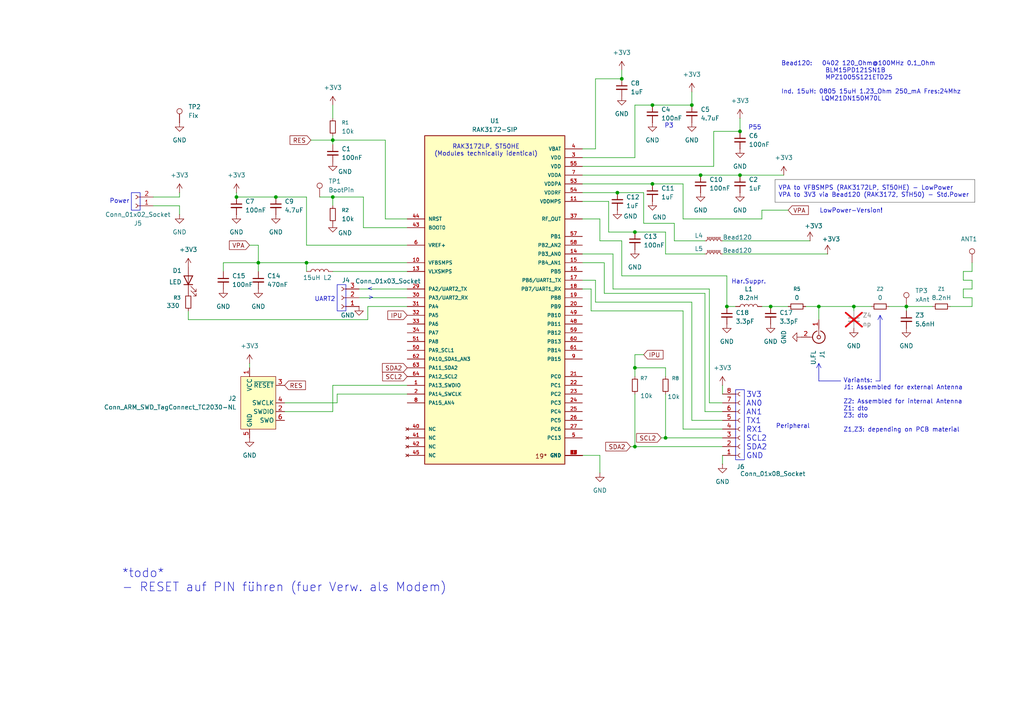
<source format=kicad_sch>
(kicad_sch (version 20250114) (generator "eeschema") (generator_version "9.0")
  (paper "A4")
  (title_block (title "RAK3172(LP)-SIP") (date "2025-07-18") (rev "V0.04") (company "JoEmbedded.de"))
  (lib_symbols
    (symbol "Connector:Conn_01x02_Socket" (pin_names (offset 1.016) (hide yes))
      (property "Reference" "J5" (at -0.635 5.08 0))
      (property "Value" "Conn_01x02_Socket" (at -0.635 2.54 0))
      (symbol "Conn_01x02_Socket_1_1"
        (polyline (pts (xy -1.27 0) (xy -0.508 0)) (stroke (width 0.1524)))
        (polyline (pts (xy -1.27 -2.54) (xy -0.508 -2.54)) (stroke (width 0.1524)))
        (arc (start 0 -0.508) (mid -0.5058 0) (end 0 0.508) (stroke (width 0.1524)))
        (arc (start 0 -3.048) (mid -0.5058 -2.54) (end 0 -2.032) (stroke (width 0.1524)))
        (pin power_out line (at -5.08 0 0) (length 3.81) (name "Pin_1") (number "1"))
        (pin power_out line (at -5.08 -2.54 0) (length 3.81) (name "Pin_2") (number "2"))
      )
    )
    (symbol "Connector:Conn_01x03_Socket" (pin_names (offset 1.016) (hide yes))
      (property "Reference" "J" (at 0 5.08 0))
      (property "Value" "Conn_01x03_Socket" (at 0 -5.08 0))
      (symbol "Conn_01x03_Socket_1_1"
        (polyline (pts (xy -1.27 2.54) (xy -0.508 2.54)) (stroke (width 0.1524)))
        (polyline (pts (xy -1.27 0) (xy -0.508 0)) (stroke (width 0.1524)))
        (polyline (pts (xy -1.27 -2.54) (xy -0.508 -2.54)) (stroke (width 0.1524)))
        (arc (start 0 2.032) (mid -0.5058 2.54) (end 0 3.048) (stroke (width 0.1524)))
        (arc (start 0 -0.508) (mid -0.5058 0) (end 0 0.508) (stroke (width 0.1524)))
        (arc (start 0 -3.048) (mid -0.5058 -2.54) (end 0 -2.032) (stroke (width 0.1524)))
        (pin passive line (at -5.08 2.54 0) (length 3.81) (name "Pin_1") (number "1"))
        (pin passive line (at -5.08 0 0) (length 3.81) (name "Pin_2") (number "2"))
        (pin passive line (at -5.08 -2.54 0) (length 3.81) (name "Pin_3") (number "3"))
      )
    )
    (symbol "Connector:Conn_01x08_Socket" (pin_names (offset 1.016) (hide yes))
      (property "Reference" "J" (at 0 10.16 0))
      (property "Value" "Conn_01x08_Socket" (at 0 -12.7 0))
      (symbol "Conn_01x08_Socket_1_1"
        (polyline (pts (xy -1.27 7.62) (xy -0.508 7.62)) (stroke (width 0.1524)))
        (polyline (pts (xy -1.27 5.08) (xy -0.508 5.08)) (stroke (width 0.1524)))
        (polyline (pts (xy -1.27 2.54) (xy -0.508 2.54)) (stroke (width 0.1524)))
        (polyline (pts (xy -1.27 0) (xy -0.508 0)) (stroke (width 0.1524)))
        (polyline (pts (xy -1.27 -2.54) (xy -0.508 -2.54)) (stroke (width 0.1524)))
        (polyline (pts (xy -1.27 -5.08) (xy -0.508 -5.08)) (stroke (width 0.1524)))
        (polyline (pts (xy -1.27 -7.62) (xy -0.508 -7.62)) (stroke (width 0.1524)))
        (polyline (pts (xy -1.27 -10.16) (xy -0.508 -10.16)) (stroke (width 0.1524)))
        (arc (start 0 7.112) (mid -0.5058 7.62) (end 0 8.128) (stroke (width 0.1524)))
        (arc (start 0 4.572) (mid -0.5058 5.08) (end 0 5.588) (stroke (width 0.1524)))
        (arc (start 0 2.032) (mid -0.5058 2.54) (end 0 3.048) (stroke (width 0.1524)))
        (arc (start 0 -0.508) (mid -0.5058 0) (end 0 0.508) (stroke (width 0.1524)))
        (arc (start 0 -3.048) (mid -0.5058 -2.54) (end 0 -2.032) (stroke (width 0.1524)))
        (arc (start 0 -5.588) (mid -0.5058 -5.08) (end 0 -4.572) (stroke (width 0.1524)))
        (arc (start 0 -8.128) (mid -0.5058 -7.62) (end 0 -7.112) (stroke (width 0.1524)))
        (arc (start 0 -10.668) (mid -0.5058 -10.16) (end 0 -9.652) (stroke (width 0.1524)))
        (pin passive line (at -5.08 7.62 0) (length 3.81) (name "Pin_1") (number "1"))
        (pin passive line (at -5.08 5.08 0) (length 3.81) (name "Pin_2") (number "2"))
        (pin passive line (at -5.08 2.54 0) (length 3.81) (name "Pin_3") (number "3"))
        (pin passive line (at -5.08 0 0) (length 3.81) (name "Pin_4") (number "4"))
        (pin passive line (at -5.08 -2.54 0) (length 3.81) (name "Pin_5") (number "5"))
        (pin passive line (at -5.08 -5.08 0) (length 3.81) (name "Pin_6") (number "6"))
        (pin passive line (at -5.08 -7.62 0) (length 3.81) (name "Pin_7") (number "7"))
        (pin passive line (at -5.08 -10.16 0) (length 3.81) (name "Pin_8") (number "8"))
      )
    )
    (symbol "Connector:Conn_ARM_SWD_TagConnect_TC2030-NL" (in_bom no)
      (property "Reference" "J" (at 2.54 11.43 0))
      (property "Value" "Conn_ARM_SWD_TagConnect_TC2030-NL" (at 2.54 8.89 0))
      (symbol "Conn_ARM_SWD_TagConnect_TC2030-NL_0_0"
        (pin power_in line (at -2.54 10.16 270) (length 2.54) (name "VCC") (number "1"))
        (pin power_in line (at -2.54 -10.16 90) (length 2.54) (name "GND") (number "5"))
        (pin open_collector line (at 7.62 5.08 180) (length 2.54) (name "~{RESET}") (number "3"))
        (pin output line (at 7.62 0 180) (length 2.54) (name "SWCLK") (number "4"))
        (pin bidirectional line (at 7.62 -2.54 180) (length 2.54) (name "SWDIO") (number "2"))
        (pin input line (at 7.62 -5.08 180) (length 2.54) (name "SWO") (number "6"))
      )
      (symbol "Conn_ARM_SWD_TagConnect_TC2030-NL_0_1"
        (rectangle (start -5.08 7.62) (end 5.08 -7.62) (fill (type background)))
      )
    )
    (symbol "Connector:Conn_Coaxial" (pin_names (offset 1.016) (hide yes))
      (property "Reference" "J" (at 0.254 3.048 0))
      (property "Value" "Conn_Coaxial" (at 2.921 0 90))
      (symbol "Conn_Coaxial_0_1"
        (polyline (pts (xy -2.54 0) (xy -0.508 0)))
        (arc (start 1.778 0) (mid 0.222 -1.8079) (end -1.778 -0.508) (stroke (width 0.254)))
        (arc (start -1.778 0.508) (mid 0.2221 1.8084) (end 1.778 0) (stroke (width 0.254)))
        (circle (center 0 0) (radius 0.508) (stroke (width 0.2032)))
        (polyline (pts (xy 0 -2.54) (xy 0 -1.778)))
      )
      (symbol "Conn_Coaxial_1_1"
        (pin passive line (at -5.08 0 0) (length 2.54) (name "In") (number "1"))
        (pin passive line (at 0 -5.08 90) (length 2.54) (name "Ext") (number "2"))
      )
    )
    (symbol "Connector:TestPoint" (pin_numbers (hide yes)) (pin_names (offset 0.762) (hide yes))
      (property "Reference" "TP" (at 0 6.858 0))
      (property "Value" "TestPoint" (at 0 5.08 0))
      (symbol "TestPoint_0_1"
        (circle (center 0 3.302) (radius 0.762))
      )
      (symbol "TestPoint_1_1"
        (pin passive line (at 0 0 90) (length 2.54) (name "1") (number "1"))
      )
    )
    (symbol "Device:C_Small" (pin_numbers (hide yes)) (pin_names (offset 0.254) (hide yes))
      (property "Reference" "C" (at 0.254 1.778 0))
      (property "Value" "C_Small" (at 0.254 -2.032 0))
      (symbol "C_Small_0_1"
        (polyline (pts (xy -1.524 0.508) (xy 1.524 0.508)) (stroke (width 0.3048)))
        (polyline (pts (xy -1.524 -0.508) (xy 1.524 -0.508)) (stroke (width 0.3302)))
      )
      (symbol "C_Small_1_1"
        (pin passive line (at 0 2.54 270) (length 2.032) (name "~") (number "1"))
        (pin passive line (at 0 -2.54 90) (length 2.032) (name "~") (number "2"))
      )
    )
    (symbol "Device:L" (pin_numbers (hide yes)) (pin_names (offset 1.016) (hide yes))
      (property "Reference" "L" (at -1.27 0 90))
      (property "Value" "L" (at 1.905 0 90))
      (symbol "L_0_1"
        (arc (start 0 2.54) (mid 0.6323 1.905) (end 0 1.27))
        (arc (start 0 1.27) (mid 0.6323 0.635) (end 0 0))
        (arc (start 0 0) (mid 0.6323 -0.635) (end 0 -1.27))
        (arc (start 0 -1.27) (mid 0.6323 -1.905) (end 0 -2.54))
      )
      (symbol "L_1_1"
        (pin passive line (at 0 3.81 270) (length 1.27) (name "1") (number "1"))
        (pin passive line (at 0 -3.81 90) (length 1.27) (name "2") (number "2"))
      )
    )
    (symbol "Device:LED" (pin_numbers (hide yes)) (pin_names (offset 1.016) (hide yes))
      (property "Reference" "D" (at 0 2.54 0))
      (property "Value" "LED" (at 0 -2.54 0))
      (symbol "LED_0_1"
        (polyline (pts (xy -3.048 -0.762) (xy -4.572 -2.286) (xy -3.81 -2.286) (xy -4.572 -2.286) (xy -4.572 -1.524)))
        (polyline (pts (xy -1.778 -0.762) (xy -3.302 -2.286) (xy -2.54 -2.286) (xy -3.302 -2.286) (xy -3.302 -1.524)))
        (polyline (pts (xy -1.27 0) (xy 1.27 0)))
        (polyline (pts (xy -1.27 -1.27) (xy -1.27 1.27)) (stroke (width 0.254)))
        (polyline (pts (xy 1.27 -1.27) (xy 1.27 1.27) (xy -1.27 0) (xy 1.27 -1.27)) (stroke (width 0.254)))
      )
      (symbol "LED_1_1"
        (pin passive line (at -3.81 0 0) (length 2.54) (name "K") (number "1"))
        (pin passive line (at 3.81 0 180) (length 2.54) (name "A") (number "2"))
      )
    )
    (symbol "Device:L_Ferrite_Small" (pin_numbers (hide yes)) (pin_names (offset 0.254) (hide yes))
      (property "Reference" "L" (at 1.27 1.016 0))
      (property "Value" "L_Ferrite_Small" (at 1.27 -1.27 0))
      (symbol "L_Ferrite_Small_0_1"
        (arc (start 0 2.032) (mid 0.5058 1.524) (end 0 1.016))
        (arc (start 0 1.016) (mid 0.5058 0.508) (end 0 0))
        (arc (start 0 0) (mid 0.5058 -0.508) (end 0 -1.016))
        (arc (start 0 -1.016) (mid 0.5058 -1.524) (end 0 -2.032))
        (polyline (pts (xy 0.762 1.651) (xy 0.762 1.905)))
        (polyline (pts (xy 0.762 1.143) (xy 0.762 1.397)))
        (polyline (pts (xy 0.762 0.635) (xy 0.762 0.889)))
        (polyline (pts (xy 0.762 0.127) (xy 0.762 0.381)))
        (polyline (pts (xy 0.762 -0.381) (xy 0.762 -0.127)))
        (polyline (pts (xy 0.762 -0.889) (xy 0.762 -0.635)))
        (polyline (pts (xy 0.762 -1.397) (xy 0.762 -1.143)))
        (polyline (pts (xy 0.762 -1.905) (xy 0.762 -1.651)))
        (polyline (pts (xy 1.016 1.905) (xy 1.016 1.651)))
        (polyline (pts (xy 1.016 1.397) (xy 1.016 1.143)))
        (polyline (pts (xy 1.016 0.889) (xy 1.016 0.635)))
        (polyline (pts (xy 1.016 0.381) (xy 1.016 0.127)))
        (polyline (pts (xy 1.016 -0.127) (xy 1.016 -0.381)))
        (polyline (pts (xy 1.016 -0.635) (xy 1.016 -0.889)))
        (polyline (pts (xy 1.016 -1.143) (xy 1.016 -1.397)))
        (polyline (pts (xy 1.016 -1.651) (xy 1.016 -1.905)))
      )
      (symbol "L_Ferrite_Small_1_1"
        (pin passive line (at 0 2.54 270) (length 0.508) (name "~") (number "1"))
        (pin passive line (at 0 -2.54 90) (length 0.508) (name "~") (number "2"))
      )
    )
    (symbol "Device:R_Small" (pin_numbers (hide yes)) (pin_names (offset 0.254) (hide yes))
      (property "Reference" "R" (at 0 0 90))
      (property "Value" "R_Small" (at 1.778 0 90))
      (symbol "R_Small_0_1"
        (rectangle (start -0.762 1.778) (end 0.762 -1.778) (stroke (width 0.2032)))
      )
      (symbol "R_Small_1_1"
        (pin passive line (at 0 2.54 270) (length 0.762) (name "~") (number "1"))
        (pin passive line (at 0 -2.54 90) (length 0.762) (name "~") (number "2"))
      )
    )
    (symbol "RAK3172-SIP:RAK3172-SIP" (pin_names (offset 1.016))
      (property "Reference" "U1" (at 0 53.848 0))
      (property "Value" "RAK3172-SIP" (at 0 51.308 0))
      (symbol "RAK3172-SIP_0_0"
        (rectangle (start -20.32 49.53) (end 20.32 -45.72) (stroke (width 0.254)) (fill (type background)))
        (pin input line (at -25.4 25.4 0) (length 5.08) (name "NRST") (number "44"))
        (pin input line (at -25.4 22.86 0) (length 5.08) (name "BOOT0") (number "43"))
        (pin input line (at -25.4 17.78 0) (length 5.08) (name "VREF+") (number "6"))
        (pin input line (at -25.4 12.7 0) (length 5.08) (name "VFBSMPS") (number "10"))
        (pin output line (at -25.4 10.16 0) (length 5.08) (name "VLXSMPS") (number "13"))
        (pin output line (at -25.4 5.08 0) (length 5.08) (name "PA2/UART2_TX") (number "29"))
        (pin input line (at -25.4 2.54 0) (length 5.08) (name "PA3/UART2_RX") (number "30"))
        (pin bidirectional line (at -25.4 0 0) (length 5.08) (name "PA4") (number "31"))
        (pin bidirectional line (at -25.4 -2.54 0) (length 5.08) (name "PA5") (number "32"))
        (pin bidirectional line (at -25.4 -5.08 0) (length 5.08) (name "PA6") (number "33"))
        (pin bidirectional line (at -25.4 -7.62 0) (length 5.08) (name "PA7") (number "34"))
        (pin bidirectional line (at -25.4 -10.16 0) (length 5.08) (name "PA8") (number "51"))
        (pin bidirectional line (at -25.4 -12.7 0) (length 5.08) (name "PA9_SCL1") (number "50"))
        (pin bidirectional line (at -25.4 -15.24 0) (length 5.08) (name "PA10_SDA1_AN3") (number "62"))
        (pin bidirectional line (at -25.4 -17.78 0) (length 5.08) (name "PA11_SDA2") (number "63"))
        (pin bidirectional line (at -25.4 -20.32 0) (length 5.08) (name "PA12_SCL2") (number "64"))
        (pin bidirectional line (at -25.4 -22.86 0) (length 5.08) (name "PA13_SWDIO") (number "1"))
        (pin input line (at -25.4 -25.4 0) (length 5.08) (name "PA14_SWCLK") (number "2"))
        (pin bidirectional line (at -25.4 -27.94 0) (length 5.08) (name "PA15_AN4") (number "8"))
        (pin no_connect line (at -25.4 -35.56 0) (length 5.08) (name "NC") (number "40"))
        (pin no_connect line (at -25.4 -38.1 0) (length 5.08) (name "NC") (number "41"))
        (pin no_connect line (at -25.4 -40.64 0) (length 5.08) (name "NC") (number "42"))
        (pin no_connect line (at -25.4 -43.18 0) (length 5.08) (name "NC") (number "45"))
        (pin power_in line (at 25.4 45.72 180) (length 5.08) (name "VBAT") (number "4"))
        (pin power_in line (at 25.4 43.18 180) (length 5.08) (name "VDD") (number "3"))
        (pin power_in line (at 25.4 40.64 180) (length 5.08) (name "VDD") (number "55"))
        (pin power_in line (at 25.4 38.1 180) (length 5.08) (name "VDDA") (number "7"))
        (pin power_in line (at 25.4 35.56 180) (length 5.08) (name "VDDPA") (number "53"))
        (pin power_in line (at 25.4 33.02 180) (length 5.08) (name "VDDRF") (number "54"))
        (pin power_in line (at 25.4 30.48 180) (length 5.08) (name "VDDMPS") (number "11"))
        (pin output line (at 25.4 25.4 180) (length 5.08) (name "RF_OUT") (number "37"))
        (pin bidirectional line (at 25.4 20.32 180) (length 5.08) (name "PB1") (number "57"))
        (pin bidirectional line (at 25.4 17.78 180) (length 5.08) (name "PB2_AN2") (number "58"))
        (pin bidirectional line (at 25.4 15.24 180) (length 5.08) (name "PB3_AN0") (number "14"))
        (pin bidirectional line (at 25.4 12.7 180) (length 5.08) (name "PB4_AN1") (number "15"))
        (pin bidirectional line (at 25.4 10.16 180) (length 5.08) (name "PB5") (number "16"))
        (pin bidirectional line (at 25.4 7.62 180) (length 5.08) (name "PB6/UART1_TX") (number "17"))
        (pin bidirectional line (at 25.4 5.08 180) (length 5.08) (name "PB7/UART1_RX") (number "18"))
        (pin bidirectional line (at 25.4 2.54 180) (length 5.08) (name "PB8") (number "19"))
        (pin bidirectional line (at 25.4 0 180) (length 5.08) (name "PB9") (number "20"))
        (pin bidirectional line (at 25.4 -2.54 180) (length 5.08) (name "PB10") (number "49"))
        (pin bidirectional line (at 25.4 -5.08 180) (length 5.08) (name "PB11") (number "48"))
        (pin bidirectional line (at 25.4 -7.62 180) (length 5.08) (name "PB12") (number "59"))
        (pin bidirectional line (at 25.4 -10.16 180) (length 5.08) (name "PB13") (number "60"))
        (pin bidirectional line (at 25.4 -12.7 180) (length 5.08) (name "PB14") (number "61"))
        (pin bidirectional line (at 25.4 -15.24 180) (length 5.08) (name "PB15") (number "9"))
        (pin bidirectional line (at 25.4 -20.32 180) (length 5.08) (name "PC0") (number "21"))
        (pin bidirectional line (at 25.4 -22.86 180) (length 5.08) (name "PC1") (number "22"))
        (pin bidirectional line (at 25.4 -25.4 180) (length 5.08) (name "PC2") (number "23"))
        (pin bidirectional line (at 25.4 -27.94 180) (length 5.08) (name "PC3") (number "24"))
        (pin bidirectional line (at 25.4 -30.48 180) (length 5.08) (name "PC4") (number "25"))
        (pin bidirectional line (at 25.4 -33.02 180) (length 5.08) (name "PC5") (number "26"))
        (pin bidirectional line (at 25.4 -35.56 180) (length 5.08) (name "PC6") (number "27"))
        (pin bidirectional line (at 25.4 -38.1 180) (length 5.08) (name "PC13") (number "5"))
        (pin power_in line (at 25.4 -43.18 180) (length 5.08) (name "GND") (number "12"))
        (pin power_in line (at 25.4 -43.18 180) (length 5.08) (name "GND") (number "28"))
        (pin power_in line (at 25.4 -43.18 180) (length 5.08) (name "GND") (number "35"))
        (pin power_in line (at 25.4 -43.18 180) (length 5.08) (name "GND") (number "36"))
        (pin power_in line (at 25.4 -43.18 180) (length 5.08) (name "GND") (number "38"))
        (pin power_in line (at 25.4 -43.18 180) (length 5.08) (name "GND") (number "39"))
        (pin power_in line (at 25.4 -43.18 180) (length 5.08) (name "GND") (number "46"))
        (pin power_in line (at 25.4 -43.18 180) (length 5.08) (name "GND") (number "47"))
        (pin power_in line (at 25.4 -43.18 180) (length 5.08) (name "GND") (number "52"))
        (pin power_in line (at 25.4 -43.18 180) (length 5.08) (name "GND") (number "56"))
        (pin power_in line (at 25.4 -43.18 180) (length 5.08) (name "GND") (number "65"))
        (pin power_in line (at 25.4 -43.18 180) (length 5.08) (name "GND") (number "66"))
        (pin power_in line (at 25.4 -43.18 180) (length 5.08) (name "GND") (number "67"))
        (pin power_in line (at 25.4 -43.18 180) (length 5.08) (name "GND") (number "68"))
        (pin power_in line (at 25.4 -43.18 180) (length 5.08) (name "GND") (number "69"))
        (pin power_in line (at 25.4 -43.18 180) (length 5.08) (name "GND") (number "70"))
        (pin power_in line (at 25.4 -43.18 180) (length 5.08) (name "GND") (number "71"))
        (pin power_in line (at 25.4 -43.18 180) (length 5.08) (name "GND") (number "72"))
        (pin power_in line (at 25.4 -43.18 180) (length 5.08) (name "GND") (number "73"))
      )
      (symbol "RAK3172-SIP_1_1"
        (text "19*" (at 13.462 -43.434 0) (effects (font (size 1.27 1.27))))
      )
    )
    (symbol "power:+3V3" (power) (pin_numbers (hide yes)) (pin_names (offset 0) (hide yes))
      (property "Value" "+3V3" (at 0 3.556 0))
      (symbol "+3V3_0_1"
        (polyline (pts (xy -0.762 1.27) (xy 0 2.54)))
        (polyline (pts (xy 0 2.54) (xy 0.762 1.27)))
        (polyline (pts (xy 0 0) (xy 0 2.54)))
      )
      (symbol "+3V3_1_1"
        (pin power_in line (at 0 0 90) (length 0) (name "~") (number "1"))
      )
    )
    (symbol "power:GND" (power) (pin_numbers (hide yes)) (pin_names (offset 0) (hide yes))
      (property "Value" "GND" (at 0 -3.81 0))
      (symbol "GND_0_1"
        (polyline (pts (xy 0 0) (xy 0 -1.27) (xy 1.27 -1.27) (xy 0 -2.54) (xy -1.27 -1.27) (xy 0 -1.27)))
      )
      (symbol "GND_1_1"
        (pin power_in line (at 0 0 270) (length 0) (name "~") (number "1"))
      )
    )
  )
  (rectangle (start 38.1 55.88) (end 40.64 60.96))
  (rectangle (start 97.79 82.55) (end 100.33 90.17))
  (rectangle (start 213.36 113.03) (end 215.9 133.35))
  (text "*todo*\n- RESET auf PIN führen (fuer Verw. als Modem)" (at 35.306 168.402 0) (effects (font (size 2.54 2.54)) (justify left)))
  (text "Variants:\nJ1: Assembled for external Antenna\n\nZ2: Assembled for internal Antenna\nZ1: dto\nZ3: dto\n\nZ1,Z3: depending on PCB material\n" (at 244.602 117.602 0) (effects (font (size 1.27 1.27)) (justify left)))
  (text "Har.Suppr." (at 217.17 81.788 0) (effects (font (size 1.27 1.27))))
  (text "<" (at 108.204 83.82 0) (effects (font (size 1.27 1.27)) (justify right)))
  (text "Power" (at 37.592 58.42 0) (effects (font (size 1.27 1.27)) (justify right)))
  (text "Peripheral" (at 234.95 123.698 0) (effects (font (size 1.27 1.27)) (justify right)))
  (text "P3" (at 194.056 36.576 0) (effects (font (size 1.27 1.27))))
  (text "UART2" (at 97.282 86.868 0) (effects (font (size 1.27 1.27)) (justify right)))
  (text "3V3\nAN0\nAN1\nTX1\nRX1\nSCL2\nSDA2\nGND" (at 216.408 123.444 0) (effects (font (size 1.5748 1.5748)) (justify left)))
  (text ">" (at 108.458 86.36 0) (effects (font (size 1.27 1.27)) (justify right)))
  (text "LowPower-Version!" (at 246.888 61.214 0) (effects (font (size 1.27 1.27))))
  (text "RAK3172LP, ST50HE\n(Modules technically identical)\n" (at 140.97 43.688 0) (effects (font (size 1.27 1.27))))
  (text "Bead120:   0402 120_Ohm@100MHz 0.1_Ohm\n		   BLM15PD121SN1B \n		   MPZ1005S121ETD25\n\nInd. 15uH: 0805 15uH 1.23_Ohm 250_mA Fres:24Mhz\n	       LQM21DN150M70L " (at 226.568 23.622 0) (effects (font (size 1.27 1.27)) (justify left)))
  (text "P55\n" (at 218.948 37.084 0) (effects (font (size 1.27 1.27))))
  (text_box "VPA to VFBSMPS (RAK3172LP, ST50HE) - LowPower\nVPA to 3V3 via Bead120 (RAK3172, STH50) - Std.Power\n" (at 224.79 52.07 0) (size 57.9639 6.616) (margins 0.9525 0.9525 0.9525 0.9525) (stroke (width 0.0025) (color 0 0 0 1)) (effects (font (size 1.27 1.27)) (justify left)))
  (junction (at 184.15 129.54))
  (junction (at 214.63 50.8))
  (junction (at 210.82 88.9))
  (junction (at 189.23 53.34))
  (junction (at 96.52 57.15))
  (junction (at 184.15 67.31))
  (junction (at 200.66 30.48))
  (junction (at 80.01 57.15))
  (junction (at 180.34 22.86))
  (junction (at 88.9 76.2))
  (junction (at 179.07 55.88))
  (junction (at 184.15 106.68))
  (junction (at 247.65 88.9))
  (junction (at 237.49 88.9))
  (junction (at 214.63 38.1))
  (junction (at 193.04 127))
  (junction (at 96.52 40.64))
  (junction (at 74.93 76.2))
  (junction (at 262.89 88.9))
  (junction (at 203.2 50.8))
  (junction (at 189.23 30.48))
  (junction (at 223.52 88.9))
  (junction (at 68.58 57.15))
  (wire (pts (xy 200.66 87.63) (xy 200.66 121.92)))
  (wire (pts (xy 96.52 30.48) (xy 96.52 34.29)))
  (wire (pts (xy 279.4 86.36) (xy 281.94 86.36)))
  (wire (pts (xy 172.72 22.86) (xy 172.72 43.18)))
  (wire (pts (xy 220.98 60.96) (xy 228.6 60.96)))
  (wire (pts (xy 198.12 53.34) (xy 189.23 53.34)))
  (wire (pts (xy 52.07 55.88) (xy 52.07 57.15)))
  (wire (pts (xy 193.04 109.22) (xy 193.04 106.68)))
  (wire (pts (xy 180.34 69.85) (xy 180.34 80.01)))
  (wire (pts (xy 247.65 88.9) (xy 247.65 90.17)))
  (wire (pts (xy 209.55 116.84) (xy 205.74 116.84)))
  (wire (pts (xy 172.72 22.86) (xy 180.34 22.86)))
  (wire (pts (xy 168.91 50.8) (xy 203.2 50.8)))
  (wire (pts (xy 72.39 71.12) (xy 74.93 71.12)))
  (wire (pts (xy 74.93 76.2) (xy 64.77 76.2)))
  (wire (pts (xy 96.52 78.74) (xy 118.11 78.74)))
  (wire (pts (xy 74.93 76.2) (xy 74.93 71.12)))
  (wire (pts (xy 281.94 86.36) (xy 281.94 88.9)))
  (wire (pts (xy 168.91 132.08) (xy 173.99 132.08)))
  (wire (pts (xy 118.11 111.76) (xy 96.52 111.76)))
  (wire (pts (xy 198.12 53.34) (xy 198.12 63.5)))
  (wire (pts (xy 175.26 85.09) (xy 175.26 76.2)))
  (wire (pts (xy 279.4 83.82) (xy 279.4 86.36)))
  (wire (pts (xy 209.55 127) (xy 193.04 127)))
  (wire (pts (xy 106.68 88.9) (xy 106.68 92.71)))
  (wire (pts (xy 184.15 106.68) (xy 193.04 106.68)))
  (wire (pts (xy 262.89 88.9) (xy 270.51 88.9)))
  (wire (pts (xy 184.15 102.87) (xy 184.15 106.68)))
  (wire (pts (xy 279.4 81.28) (xy 281.94 81.28)))
  (wire (pts (xy 223.52 88.9) (xy 228.6 88.9)))
  (wire (pts (xy 204.47 69.85) (xy 195.58 69.85)))
  (wire (pts (xy 198.12 90.17) (xy 171.45 90.17)))
  (wire (pts (xy 105.41 57.15) (xy 96.52 57.15)))
  (wire (pts (xy 281.94 78.74) (xy 279.4 78.74)))
  (wire (pts (xy 168.91 76.2) (xy 175.26 76.2)))
  (wire (pts (xy 184.15 129.54) (xy 209.55 129.54)))
  (wire (pts (xy 205.74 83.82) (xy 177.8 83.82)))
  (wire (pts (xy 54.61 90.17) (xy 54.61 92.71)))
  (polyline (pts (xy 237.49 105.41) (xy 237.49 110.49)))
  (wire (pts (xy 204.47 73.66) (xy 193.04 73.66)))
  (wire (pts (xy 96.52 111.76) (xy 96.52 119.38)))
  (wire (pts (xy 172.72 87.63) (xy 200.66 87.63)))
  (wire (pts (xy 189.23 30.48) (xy 184.15 30.48)))
  (wire (pts (xy 180.34 20.32) (xy 180.34 22.86)))
  (wire (pts (xy 186.69 55.88) (xy 179.07 55.88)))
  (wire (pts (xy 64.77 76.2) (xy 64.77 78.74)))
  (wire (pts (xy 92.71 57.15) (xy 96.52 57.15)))
  (wire (pts (xy 189.23 30.48) (xy 200.66 30.48)))
  (wire (pts (xy 172.72 87.63) (xy 172.72 81.28)))
  (wire (pts (xy 195.58 69.85) (xy 195.58 64.77)))
  (wire (pts (xy 118.11 88.9) (xy 106.68 88.9)))
  (wire (pts (xy 88.9 76.2) (xy 74.93 76.2)))
  (wire (pts (xy 209.55 119.38) (xy 204.47 119.38)))
  (wire (pts (xy 184.15 114.3) (xy 184.15 129.54)))
  (wire (pts (xy 96.52 40.64) (xy 96.52 41.91)))
  (wire (pts (xy 97.79 116.84) (xy 82.55 116.84)))
  (wire (pts (xy 180.34 80.01) (xy 210.82 80.01)))
  (wire (pts (xy 205.74 116.84) (xy 205.74 83.82)))
  (wire (pts (xy 104.14 86.36) (xy 118.11 86.36)))
  (wire (pts (xy 118.11 66.04) (xy 105.41 66.04)))
  (wire (pts (xy 118.11 76.2) (xy 88.9 76.2)))
  (wire (pts (xy 279.4 78.74) (xy 279.4 81.28)))
  (wire (pts (xy 44.45 59.69) (xy 52.07 59.69)))
  (wire (pts (xy 74.93 76.2) (xy 74.93 78.74)))
  (wire (pts (xy 104.14 83.82) (xy 118.11 83.82)))
  (wire (pts (xy 207.01 48.26) (xy 168.91 48.26)))
  (wire (pts (xy 209.55 124.46) (xy 198.12 124.46)))
  (wire (pts (xy 68.58 57.15) (xy 80.01 57.15)))
  (wire (pts (xy 168.91 53.34) (xy 189.23 53.34)))
  (wire (pts (xy 72.39 105.41) (xy 72.39 106.68)))
  (wire (pts (xy 214.63 34.29) (xy 214.63 38.1)))
  (wire (pts (xy 275.59 88.9) (xy 281.94 88.9)))
  (wire (pts (xy 168.91 63.5) (xy 173.99 63.5)))
  (wire (pts (xy 88.9 71.12) (xy 88.9 57.15)))
  (wire (pts (xy 237.49 88.9) (xy 247.65 88.9)))
  (wire (pts (xy 184.15 45.72) (xy 168.91 45.72)))
  (wire (pts (xy 105.41 66.04) (xy 105.41 57.15)))
  (wire (pts (xy 210.82 80.01) (xy 210.82 88.9)))
  (wire (pts (xy 96.52 39.37) (xy 96.52 40.64)))
  (wire (pts (xy 281.94 81.28) (xy 281.94 83.82)))
  (wire (pts (xy 106.68 92.71) (xy 54.61 92.71)))
  (wire (pts (xy 111.76 40.64) (xy 111.76 63.5)))
  (wire (pts (xy 247.65 88.9) (xy 252.73 88.9)))
  (wire (pts (xy 97.79 114.3) (xy 97.79 116.84)))
  (wire (pts (xy 52.07 62.23) (xy 52.07 59.69)))
  (wire (pts (xy 191.77 127) (xy 193.04 127)))
  (wire (pts (xy 88.9 57.15) (xy 80.01 57.15)))
  (wire (pts (xy 186.69 102.87) (xy 184.15 102.87)))
  (wire (pts (xy 281.94 83.82) (xy 279.4 83.82)))
  (wire (pts (xy 171.45 83.82) (xy 168.91 83.82)))
  (wire (pts (xy 209.55 121.92) (xy 200.66 121.92)))
  (wire (pts (xy 88.9 71.12) (xy 118.11 71.12)))
  (wire (pts (xy 184.15 67.31) (xy 176.53 67.31)))
  (polyline (pts (xy 236.855 106.68) (xy 237.49 105.41)))
  (wire (pts (xy 203.2 50.8) (xy 214.63 50.8)))
  (polyline (pts (xy 254.635 92.71) (xy 255.27 91.44)))
  (wire (pts (xy 118.11 114.3) (xy 97.79 114.3)))
  (wire (pts (xy 200.66 26.67) (xy 200.66 30.48)))
  (wire (pts (xy 96.52 119.38) (xy 82.55 119.38)))
  (wire (pts (xy 204.47 85.09) (xy 175.26 85.09)))
  (polyline (pts (xy 255.27 91.44) (xy 255.27 110.49)))
  (wire (pts (xy 171.45 90.17) (xy 171.45 83.82)))
  (wire (pts (xy 262.89 88.9) (xy 262.89 90.17)))
  (wire (pts (xy 193.04 73.66) (xy 193.04 67.31)))
  (wire (pts (xy 204.47 119.38) (xy 204.47 85.09)))
  (wire (pts (xy 173.99 63.5) (xy 173.99 69.85)))
  (wire (pts (xy 257.81 88.9) (xy 262.89 88.9)))
  (wire (pts (xy 184.15 30.48) (xy 184.15 45.72)))
  (wire (pts (xy 195.58 64.77) (xy 186.69 64.77)))
  (wire (pts (xy 209.55 132.08) (xy 209.55 134.62)))
  (wire (pts (xy 281.94 76.2) (xy 281.94 78.74)))
  (wire (pts (xy 198.12 63.5) (xy 220.98 63.5)))
  (wire (pts (xy 184.15 106.68) (xy 184.15 109.22)))
  (wire (pts (xy 173.99 69.85) (xy 180.34 69.85)))
  (wire (pts (xy 214.63 50.8) (xy 227.33 50.8)))
  (wire (pts (xy 118.11 63.5) (xy 111.76 63.5)))
  (wire (pts (xy 209.55 73.66) (xy 240.03 73.66)))
  (wire (pts (xy 193.04 114.3) (xy 193.04 127)))
  (polyline (pts (xy 254 110.49) (xy 255.27 110.49)))
  (wire (pts (xy 220.98 88.9) (xy 223.52 88.9)))
  (wire (pts (xy 96.52 40.64) (xy 111.76 40.64)))
  (wire (pts (xy 168.91 73.66) (xy 177.8 73.66)))
  (polyline (pts (xy 243.84 110.49) (xy 237.49 110.49)))
  (wire (pts (xy 182.88 129.54) (xy 184.15 129.54)))
  (wire (pts (xy 176.53 67.31) (xy 176.53 58.42)))
  (wire (pts (xy 52.07 57.15) (xy 44.45 57.15)))
  (wire (pts (xy 209.55 111.76) (xy 209.55 114.3)))
  (wire (pts (xy 237.49 88.9) (xy 237.49 92.71)))
  (wire (pts (xy 198.12 124.46) (xy 198.12 90.17)))
  (wire (pts (xy 168.91 55.88) (xy 179.07 55.88)))
  (wire (pts (xy 233.68 88.9) (xy 237.49 88.9)))
  (wire (pts (xy 209.55 69.85) (xy 234.95 69.85)))
  (wire (pts (xy 186.69 55.88) (xy 186.69 64.77)))
  (wire (pts (xy 168.91 43.18) (xy 172.72 43.18)))
  (wire (pts (xy 173.99 132.08) (xy 173.99 137.16)))
  (wire (pts (xy 90.17 40.64) (xy 96.52 40.64)))
  (wire (pts (xy 177.8 83.82) (xy 177.8 73.66)))
  (wire (pts (xy 168.91 58.42) (xy 176.53 58.42)))
  (wire (pts (xy 214.63 38.1) (xy 207.01 38.1)))
  (wire (pts (xy 193.04 67.31) (xy 184.15 67.31)))
  (wire (pts (xy 207.01 38.1) (xy 207.01 48.26)))
  (wire (pts (xy 68.58 55.88) (xy 68.58 57.15)))
  (wire (pts (xy 96.52 57.15) (xy 96.52 59.69)))
  (wire (pts (xy 88.9 76.2) (xy 88.9 78.74)))
  (wire (pts (xy 210.82 88.9) (xy 213.36 88.9)))
  (polyline (pts (xy 255.905 92.71) (xy 255.27 91.44)))
  (wire (pts (xy 220.98 63.5) (xy 220.98 60.96)))
  (wire (pts (xy 168.91 81.28) (xy 172.72 81.28)))
  (polyline (pts (xy 238.125 106.68) (xy 237.49 105.41)))
  (global_label "SDA2" (shape input) (at 118.11 106.68 180) (property "Intersheetrefs" "${INTERSHEET_REFS}" (effects (hide yes))))
  (global_label "RES" (shape input) (at 82.55 111.76 0) (property "Intersheetrefs" "${INTERSHEET_REFS}" (effects (hide yes))))
  (global_label "IPU" (shape input) (at 118.11 91.44 180) (property "Intersheetrefs" "${INTERSHEET_REFS}" (effects (hide yes))))
  (global_label "SCL2" (shape input) (at 191.77 127 180) (property "Intersheetrefs" "${INTERSHEET_REFS}" (effects (hide yes))))
  (global_label "SCL2" (shape input) (at 118.11 109.22 180) (property "Intersheetrefs" "${INTERSHEET_REFS}" (effects (hide yes))))
  (global_label "RES" (shape input) (at 90.17 40.64 180) (property "Intersheetrefs" "${INTERSHEET_REFS}" (effects (hide yes))))
  (global_label "VPA" (shape input) (at 72.39 71.12 180) (property "Intersheetrefs" "${INTERSHEET_REFS}" (effects (hide yes))))
  (global_label "VPA" (shape input) (at 228.6 60.96 0) (property "Intersheetrefs" "${INTERSHEET_REFS}" (effects (hide yes))))
  (global_label "SDA2" (shape input) (at 182.88 129.54 180) (property "Intersheetrefs" "${INTERSHEET_REFS}" (effects (hide yes))))
  (global_label "IPU" (shape input) (at 186.69 102.87 0) (property "Intersheetrefs" "${INTERSHEET_REFS}" (effects (hide yes))))
  (symbol (lib_id "Connector:TestPoint") (at 92.71 57.15 0) (unit 1)
    (property "Reference" "TP1" (at 95.25 52.5779 0) (effects (justify left)))
    (property "Value" "BootPin" (at 95.25 55.1179 0) (effects (justify left)))
    (property "Footprint" "Connector_PinHeader_2.00mm:PinHeader_1x01_P2.00mm_Vertical" (effects (hide yes)))
    (property "Description" "test point" (effects (hide yes)))
  )
  (symbol (lib_id "power:GND") (at 223.52 93.98 0) (unit 1)
    (property "Reference" "#PWR037" (effects (hide yes)))
    (property "Value" "GND" (at 223.52 99.06 0))
    (property "Description" "Power symbol creates a global label with name \"GND\" , ground" (effects (hide yes)))
  )
  (symbol (lib_id "power:+3V3") (at 234.95 69.85 0) (unit 1)
    (property "Reference" "#PWR019" (effects (hide yes)))
    (property "Value" "+3V3" (at 235.966 65.532 0))
    (property "Description" "Power symbol creates a global label with name \"+3V3\"" (effects (hide yes)))
  )
  (symbol (lib_id "power:GND") (at 179.07 60.96 0) (unit 1)
    (property "Reference" "#PWR017" (effects (hide yes)))
    (property "Value" "GND" (at 182.88 62.738 0))
    (property "Description" "Power symbol creates a global label with name \"GND\" , ground" (effects (hide yes)))
  )
  (symbol (lib_id "power:GND") (at 72.39 127 0) (unit 1)
    (property "Reference" "#PWR026" (effects (hide yes)))
    (property "Value" "GND" (at 72.39 132.08 0))
    (property "Description" "Power symbol creates a global label with name \"GND\" , ground" (effects (hide yes)))
  )
  (symbol (lib_id "power:+3V3") (at 68.58 55.88 0) (unit 1)
    (property "Reference" "#PWR012" (effects (hide yes)))
    (property "Value" "+3V3" (at 68.58 50.8 0))
    (property "Description" "Power symbol creates a global label with name \"+3V3\"" (effects (hide yes)))
  )
  (symbol (lib_id "Device:C_Small") (at 247.65 92.71 0) (unit 1) (dnp yes)
    (property "Reference" "Z4" (at 250.19 91.4462 0) (effects (justify left)))
    (property "Value" "np" (at 250.19 93.9862 0) (effects (justify left)))
    (property "Footprint" "Capacitor_SMD:C_0603_1608Metric" (effects (hide yes)))
    (property "Description" "Unpolarized capacitor, small symbol" (effects (hide yes)))
  )
  (symbol (lib_id "Device:L_Ferrite_Small") (at 207.01 69.85 90) (unit 1)
    (property "Reference" "L4" (at 202.692 68.326 90))
    (property "Value" "Bead120" (at 213.868 68.834 90))
    (property "Footprint" "Inductor_SMD:L_0402_1005Metric" (effects (hide yes)))
    (property "Description" "FerriteBead Murata MPZ1005S121ETD25" (effects (hide yes)))
  )
  (symbol (lib_id "Connector:Conn_Coaxial") (at 237.49 97.79 270) (unit 1) (in_bom no)
    (property "Reference" "J1" (at 238.4669 101.6 0) (effects (justify left)))
    (property "Value" "U.FL" (at 235.9269 101.6 0) (effects (justify left)))
    (property "Footprint" "Connector_Coaxial:U.FL_Hirose_U.FL-R-SMT-1_Vertical" (effects (hide yes)))
    (property "Description" "U.FL socket (generic)" (effects (hide yes)))
  )
  (symbol (lib_id "power:GND") (at 180.34 27.94 0) (unit 1)
    (property "Reference" "#PWR09" (effects (hide yes)))
    (property "Value" "GND" (at 180.34 33.02 0))
    (property "Description" "Power symbol creates a global label with name \"GND\" , ground" (effects (hide yes)))
  )
  (symbol (lib_id "RAK3172-SIP:RAK3172-SIP") (at 143.51 88.9 0) (unit 1)
    (property "Reference" "U1" (at 143.51 35.052 0))
    (property "Value" "RAK3172-SIP" (at 143.51 37.592 0))
    (property "Footprint" "aaa_JoEm:XCVR_RAK3172-SIP" (effects (hide yes)))
    (property "Datasheet" "https://store.rakwireless.com/products/wisduo-module-rak3172-sip?variant=42482784796870" (effects (hide yes)))
    (property "Description" "RAK3172LP-SiP / 8XXMHz for EU868/IN865/RU864  SKU: 305049" (effects (hide yes)))
    (property "MF" "RAK" (effects (hide yes)))
    (property "MAXIMUM_PACKAGE_HEIGHT" "1.22mm" (effects (hide yes)))
    (property "Package" "Package" (effects (hide yes)))
    (property "Price" "None" (effects (hide yes)))
    (property "Check_prices" "https://www.snapeda.com/parts/RAK3172-SiP/RAK/view-part/?ref=eda" (effects (hide yes)))
    (property "STANDARD" "Manufacturer Recommendations" (effects (hide yes)))
    (property "PARTREV" "3/15/2023" (effects (hide yes)))
    (property "SnapEDA_Link" "https://www.snapeda.com/parts/RAK3172-SiP/RAK/view-part/?ref=snap" (effects (hide yes)))
    (property "MP" "RAK3172-SiP" (effects (hide yes)))
    (property "Description_1" "RAK3172-SiP is a low-power long-range transceiver based on STM32WLE5 SoC in a System-in-Package form factor." (effects (hide yes)))
    (property "Availability" "Not in stock" (effects (hide yes)))
    (property "MANUFACTURER" "RAK" (effects (hide yes)))
  )
  (symbol (lib_id "Device:L") (at 217.17 88.9 90) (unit 1)
    (property "Reference" "L1" (at 217.17 83.82 90))
    (property "Value" "8.2nH" (at 217.17 86.36 90))
    (property "Footprint" "Inductor_SMD:L_0402_1005Metric" (effects (hide yes)))
    (property "Description" "Inductor Murata LQW15AN" (effects (hide yes)))
  )
  (symbol (lib_id "Device:C_Small") (at 200.66 33.02 0) (unit 1)
    (property "Reference" "C5" (at 203.2 31.7562 0) (effects (justify left)))
    (property "Value" "4.7uF" (at 203.2 34.2962 0) (effects (justify left)))
    (property "Footprint" "Capacitor_SMD:C_0603_1608Metric" (effects (hide yes)))
    (property "Description" "Unpolarized capacitor, small symbol" (effects (hide yes)))
  )
  (symbol (lib_id "power:+3V3") (at 214.63 34.29 0) (unit 1)
    (property "Reference" "#PWR01" (effects (hide yes)))
    (property "Value" "+3V3" (at 214.63 29.21 0))
    (property "Description" "Power symbol creates a global label with name \"+3V3\"" (effects (hide yes)))
  )
  (symbol (lib_id "power:+3V3") (at 72.39 105.41 0) (unit 1)
    (property "Reference" "#PWR027" (effects (hide yes)))
    (property "Value" "+3V3" (at 72.39 100.33 0))
    (property "Description" "Power symbol creates a global label with name \"+3V3\"" (effects (hide yes)))
  )
  (symbol (lib_id "Connector:Conn_ARM_SWD_TagConnect_TC2030-NL") (at 74.93 116.84 0) (unit 1) (in_bom no)
    (property "Reference" "J2" (at 68.58 115.5699 0) (effects (justify right)))
    (property "Value" "Conn_ARM_SWD_TagConnect_TC2030-NL" (at 68.58 118.1099 0) (effects (justify right)))
    (property "Footprint" "Connector:Tag-Connect_TC2030-IDC-NL_2x03_P1.27mm_Vertical" (effects (hide yes)))
    (property "Datasheet" "https://www.tag-connect.com/wp-content/uploads/bsk-pdf-manager/TC2030-CTX_1.pdf" (effects (hide yes)))
    (property "Description" "Tag-Connect ARM Cortex SWD JTAG connector, 6 pin, no legs" (effects (hide yes)))
  )
  (symbol (lib_id "Device:C_Small") (at 223.52 91.44 0) (unit 1)
    (property "Reference" "C17" (at 226.06 90.678 0) (effects (justify left)))
    (property "Value" "3.3pF" (at 226.06 93.218 0) (effects (justify left)))
    (property "Footprint" "Capacitor_SMD:C_0402_1005Metric" (effects (hide yes)))
    (property "Description" "Unpolarized capacitor, small symbol" (effects (hide yes)))
  )
  (symbol (lib_id "power:GND") (at 210.82 93.98 0) (unit 1)
    (property "Reference" "#PWR039" (effects (hide yes)))
    (property "Value" "GND" (at 210.82 99.06 0))
    (property "Description" "Power symbol creates a global label with name \"GND\" , ground" (effects (hide yes)))
  )
  (symbol (lib_id "Device:R_Small") (at 255.27 88.9 90) (unit 1)
    (property "Reference" "Z2" (at 255.27 83.82 90) (effects (font (size 1.016 1.016))))
    (property "Value" "0" (at 255.27 86.36 90))
    (property "Footprint" "Resistor_SMD:R_0603_1608Metric" (effects (hide yes)))
    (property "Description" "Resistor, small symbol" (effects (hide yes)))
  )
  (symbol (lib_id "power:GND") (at 203.2 55.88 0) (unit 1)
    (property "Reference" "#PWR013" (effects (hide yes)))
    (property "Value" "GND" (at 203.2 60.96 0))
    (property "Description" "Power symbol creates a global label with name \"GND\" , ground" (effects (hide yes)))
  )
  (symbol (lib_id "Connector:Conn_01x02_Socket") (at 39.37 59.69 180) (unit 1) (in_bom no)
    (property "Reference" "J5" (at 40.005 64.77 0))
    (property "Value" "Conn_01x02_Socket" (at 40.005 62.23 0))
    (property "Footprint" "Connector_PinHeader_2.54mm:PinHeader_1x02_P2.54mm_Vertical" (effects (hide yes)))
    (property "Description" "Generic connector, single row, 01x02, script generated" (effects (hide yes)))
  )
  (symbol (lib_id "Device:C_Small") (at 189.23 33.02 0) (unit 1)
    (property "Reference" "C4" (at 191.77 31.7562 0) (effects (justify left)))
    (property "Value" "100nF" (at 191.77 34.2962 0) (effects (justify left)))
    (property "Footprint" "Capacitor_SMD:C_0402_1005Metric" (effects (hide yes)))
    (property "Description" "Unpolarized capacitor, small symbol" (effects (hide yes)))
  )
  (symbol (lib_id "Device:C_Small") (at 96.52 44.45 0) (unit 1)
    (property "Reference" "C1" (at 99.06 43.1862 0) (effects (justify left)))
    (property "Value" "100nF" (at 99.06 45.7262 0) (effects (justify left)))
    (property "Footprint" "Capacitor_SMD:C_0402_1005Metric" (effects (hide yes)))
    (property "Description" "Unpolarized capacitor, small symbol" (effects (hide yes)))
  )
  (symbol (lib_id "power:GND") (at 74.93 83.82 0) (unit 1)
    (property "Reference" "#PWR025" (effects (hide yes)))
    (property "Value" "GND" (at 74.93 88.9 0))
    (property "Description" "Power symbol creates a global label with name \"GND\" , ground" (effects (hide yes)))
  )
  (symbol (lib_id "power:+3V3") (at 209.55 111.76 0) (unit 1)
    (property "Reference" "#PWR035" (effects (hide yes)))
    (property "Value" "+3V3" (at 209.55 106.68 0))
    (property "Description" "Power symbol creates a global label with name \"+3V3\"" (effects (hide yes)))
  )
  (symbol (lib_id "power:GND") (at 189.23 35.56 0) (unit 1)
    (property "Reference" "#PWR03" (effects (hide yes)))
    (property "Value" "GND" (at 189.23 40.64 0))
    (property "Description" "Power symbol creates a global label with name \"GND\" , ground" (effects (hide yes)))
  )
  (symbol (lib_id "Device:C_Small") (at 68.58 59.69 0) (unit 1)
    (property "Reference" "C7" (at 71.12 58.4262 0) (effects (justify left)))
    (property "Value" "100nF" (at 71.12 60.9662 0) (effects (justify left)))
    (property "Footprint" "Capacitor_SMD:C_0402_1005Metric" (effects (hide yes)))
    (property "Description" "Unpolarized capacitor, small symbol" (effects (hide yes)))
  )
  (symbol (lib_id "power:+3V3") (at 240.03 73.66 0) (unit 1)
    (property "Reference" "#PWR022" (effects (hide yes)))
    (property "Value" "+3V3" (at 241.046 69.342 0))
    (property "Description" "Power symbol creates a global label with name \"+3V3\"" (effects (hide yes)))
  )
  (symbol (lib_id "power:GND") (at 262.89 95.25 0) (unit 1)
    (property "Reference" "#PWR033" (effects (hide yes)))
    (property "Value" "GND" (at 262.89 100.33 0))
    (property "Description" "Power symbol creates a global label with name \"GND\" , ground" (effects (hide yes)))
  )
  (symbol (lib_id "Device:LED") (at 54.61 81.28 90) (unit 1)
    (property "Reference" "D1" (at 50.038 78.486 90) (effects (justify right)))
    (property "Value" "LED" (at 49.022 81.788 90) (effects (justify right)))
    (property "Footprint" "LED_SMD:LED_0603_1608Metric" (effects (hide yes)))
    (property "Description" "LED (generic, bright, LowCost)" (effects (hide yes)))
    (property "Sim.Pins" "1=K 2=A" (effects (hide yes)))
  )
  (symbol (lib_id "power:GND") (at 173.99 137.16 0) (unit 1)
    (property "Reference" "#PWR021" (effects (hide yes)))
    (property "Value" "GND" (at 173.99 142.24 0))
    (property "Description" "Power symbol creates a global label with name \"GND\" , ground" (effects (hide yes)))
  )
  (symbol (lib_id "power:GND") (at 189.23 58.42 0) (unit 1)
    (property "Reference" "#PWR016" (effects (hide yes)))
    (property "Value" "GND" (at 191.262 62.992 0))
    (property "Description" "Power symbol creates a global label with name \"GND\" , ground" (effects (hide yes)))
  )
  (symbol (lib_id "Connector:Conn_01x08_Socket") (at 214.63 124.46 0) (mirror x) (unit 1) (in_bom no)
    (property "Reference" "J6" (at 213.614 135.382 0) (effects (justify left)))
    (property "Value" "Conn_01x08_Socket" (at 214.63 137.414 0) (effects (justify left)))
    (property "Footprint" "Connector_PinHeader_2.54mm:PinHeader_1x08_P2.54mm_Vertical" (effects (hide yes)))
    (property "Description" "Generic connector, single row, 01x08, script generated" (effects (hide yes)))
  )
  (symbol (lib_id "power:GND") (at 209.55 134.62 0) (unit 1)
    (property "Reference" "#PWR034" (effects (hide yes)))
    (property "Value" "GND" (at 209.55 139.7 0))
    (property "Description" "Power symbol creates a global label with name \"GND\" , ground" (effects (hide yes)))
  )
  (symbol (lib_id "Device:C_Small") (at 80.01 59.69 0) (unit 1)
    (property "Reference" "C9" (at 82.55 58.4262 0) (effects (justify left)))
    (property "Value" "4.7uF" (at 82.55 60.9662 0) (effects (justify left)))
    (property "Footprint" "Capacitor_SMD:C_0603_1608Metric" (effects (hide yes)))
    (property "Description" "Unpolarized capacitor, small symbol" (effects (hide yes)))
  )
  (symbol (lib_id "Device:C_Small") (at 179.07 58.42 0) (unit 1)
    (property "Reference" "C12" (at 181.61 57.1562 0) (effects (justify left)))
    (property "Value" "1uF" (at 181.61 59.6962 0) (effects (justify left)))
    (property "Footprint" "Capacitor_SMD:C_0603_1608Metric" (effects (hide yes)))
    (property "Description" "Unpolarized capacitor, small symbol" (effects (hide yes)))
  )
  (symbol (lib_id "Device:C_Small") (at 203.2 53.34 0) (unit 1)
    (property "Reference" "C10" (at 205.74 52.0762 0) (effects (justify left)))
    (property "Value" "100nF" (at 205.74 54.6162 0) (effects (justify left)))
    (property "Footprint" "Capacitor_SMD:C_0402_1005Metric" (effects (hide yes)))
    (property "Description" "Unpolarized capacitor, small symbol" (effects (hide yes)))
  )
  (symbol (lib_id "Connector:Conn_01x03_Socket") (at 99.06 86.36 180) (unit 1) (in_bom no)
    (property "Reference" "J4" (at 100.33 81.28 0))
    (property "Value" "Conn_01x03_Socket" (at 112.522 81.534 0))
    (property "Footprint" "Connector_PinHeader_2.54mm:PinHeader_1x03_P2.54mm_Vertical" (effects (hide yes)))
    (property "Description" "Generic connector, single row, 01x03, script generated" (effects (hide yes)))
  )
  (symbol (lib_id "power:GND") (at 104.14 88.9 0) (unit 1)
    (property "Reference" "#PWR028" (effects (hide yes)))
    (property "Value" "GND" (at 100.838 91.44 0))
    (property "Description" "Power symbol creates a global label with name \"GND\" , ground" (effects (hide yes)))
  )
  (symbol (lib_id "Connector:TestPoint") (at 262.89 88.9 0) (unit 1) (in_bom no)
    (property "Reference" "TP3" (at 265.43 84.3279 0) (effects (justify left)))
    (property "Value" "xAnt" (at 265.43 86.8679 0) (effects (justify left)))
    (property "Footprint" "Connector_PinHeader_2.00mm:PinHeader_1x01_P2.00mm_Vertical" (effects (hide yes)))
    (property "Description" "test point" (effects (hide yes)))
  )
  (symbol (lib_id "Device:R_Small") (at 273.05 88.9 90) (unit 1)
    (property "Reference" "Z1" (at 273.05 83.82 90) (effects (font (size 1.016 1.016))))
    (property "Value" "8.2nH" (at 273.05 86.36 90))
    (property "Footprint" "Resistor_SMD:R_0603_1608Metric" (effects (hide yes)))
    (property "Description" "Resistor, small symbol" (effects (hide yes)))
  )
  (symbol (lib_id "Device:R_Small") (at 96.52 62.23 0) (unit 1)
    (property "Reference" "R2" (at 99.06 60.9599 0) (effects (font (size 1.016 1.016)) (justify left)))
    (property "Value" "10k" (at 99.06 63.4999 0) (effects (justify left)))
    (property "Footprint" "Resistor_SMD:R_0402_1005Metric" (effects (hide yes)))
    (property "Description" "Resistor, small symbol" (effects (hide yes)))
  )
  (symbol (lib_id "Device:C_Small") (at 214.63 53.34 0) (unit 1)
    (property "Reference" "C2" (at 217.17 52.0762 0) (effects (justify left)))
    (property "Value" "1uF" (at 217.17 54.6162 0) (effects (justify left)))
    (property "Footprint" "Capacitor_SMD:C_0603_1608Metric" (effects (hide yes)))
    (property "Description" "Unpolarized capacitor, small symbol" (effects (hide yes)))
  )
  (symbol (lib_id "Connector:TestPoint") (at 52.07 35.56 0) (unit 1) (in_bom no)
    (property "Reference" "TP2" (at 54.61 30.9879 0) (effects (justify left)))
    (property "Value" "Fix" (at 54.61 33.5279 0) (effects (justify left)))
    (property "Footprint" "TestPoint:TestPoint_Plated_Hole_D3.0mm" (effects (hide yes)))
    (property "Description" "test point" (effects (hide yes)))
  )
  (symbol (lib_id "Device:L_Ferrite_Small") (at 207.01 73.66 90) (unit 1)
    (property "Reference" "L5" (at 202.692 72.136 90))
    (property "Value" "Bead120" (at 213.868 72.644 90))
    (property "Footprint" "Inductor_SMD:L_0402_1005Metric" (effects (hide yes)))
    (property "Description" "FerriteBead Murata MPZ1005S121ETD25" (effects (hide yes)))
  )
  (symbol (lib_id "power:+3V3") (at 96.52 30.48 0) (unit 1)
    (property "Reference" "#PWR02" (effects (hide yes)))
    (property "Value" "+3V3" (at 96.52 25.4 0))
    (property "Description" "Power symbol creates a global label with name \"+3V3\"" (effects (hide yes)))
  )
  (symbol (lib_id "Device:C_Small") (at 64.77 81.28 0) (unit 1)
    (property "Reference" "C15" (at 67.31 80.0162 0) (effects (justify left)))
    (property "Value" "100nF" (at 67.31 82.5562 0) (effects (justify left)))
    (property "Footprint" "Capacitor_SMD:C_0402_1005Metric" (effects (hide yes)))
    (property "Description" "Unpolarized capacitor, small symbol" (effects (hide yes)))
  )
  (symbol (lib_id "power:+3V3") (at 54.61 77.47 0) (unit 1)
    (property "Reference" "#PWR031" (effects (hide yes)))
    (property "Value" "+3V3" (at 54.61 72.39 0))
    (property "Description" "Power symbol creates a global label with name \"+3V3\"" (effects (hide yes)))
  )
  (symbol (lib_id "power:+3V3") (at 200.66 26.67 0) (unit 1)
    (property "Reference" "#PWR036" (effects (hide yes)))
    (property "Value" "+3V3" (at 200.66 21.59 0))
    (property "Description" "Power symbol creates a global label with name \"+3V3\"" (effects (hide yes)))
  )
  (symbol (lib_id "power:+3V3") (at 52.07 55.88 0) (unit 1)
    (property "Reference" "#PWR030" (effects (hide yes)))
    (property "Value" "+3V3" (at 52.07 50.8 0))
    (property "Description" "Power symbol creates a global label with name \"+3V3\"" (effects (hide yes)))
  )
  (symbol (lib_id "power:GND") (at 52.07 62.23 0) (unit 1)
    (property "Reference" "#PWR029" (effects (hide yes)))
    (property "Value" "GND" (at 52.07 67.31 0))
    (property "Description" "Power symbol creates a global label with name \"GND\" , ground" (effects (hide yes)))
  )
  (symbol (lib_id "Device:C_Small") (at 210.82 91.44 0) (unit 1)
    (property "Reference" "C18" (at 213.36 90.678 0) (effects (justify left)))
    (property "Value" "3.3pF" (at 213.36 93.218 0) (effects (justify left)))
    (property "Footprint" "Capacitor_SMD:C_0402_1005Metric" (effects (hide yes)))
    (property "Description" "Unpolarized capacitor, small symbol" (effects (hide yes)))
  )
  (symbol (lib_id "power:GND") (at 232.41 97.79 270) (unit 1)
    (property "Reference" "#PWR07" (effects (hide yes)))
    (property "Value" "GND" (at 227.33 97.79 0))
    (property "Description" "Power symbol creates a global label with name \"GND\" , ground" (effects (hide yes)))
  )
  (symbol (lib_id "power:GND") (at 80.01 62.23 0) (unit 1)
    (property "Reference" "#PWR011" (effects (hide yes)))
    (property "Value" "GND" (at 80.01 67.31 0))
    (property "Description" "Power symbol creates a global label with name \"GND\" , ground" (effects (hide yes)))
  )
  (symbol (lib_id "power:GND") (at 96.52 64.77 0) (unit 1)
    (property "Reference" "#PWR020" (effects (hide yes)))
    (property "Value" "GND" (at 100.076 67.564 0))
    (property "Description" "Power symbol creates a global label with name \"GND\" , ground" (effects (hide yes)))
  )
  (symbol (lib_id "Device:C_Small") (at 74.93 81.28 0) (unit 1)
    (property "Reference" "C14" (at 77.47 80.0162 0) (effects (justify left)))
    (property "Value" "470nF" (at 77.47 82.5562 0) (effects (justify left)))
    (property "Footprint" "Capacitor_SMD:C_0603_1608Metric" (effects (hide yes)))
    (property "Description" "Unpolarized capacitor, small symbol" (effects (hide yes)))
  )
  (symbol (lib_id "Connector:TestPoint") (at 281.94 76.2 0) (unit 1) (in_bom no)
    (property "Reference" "ANT1" (at 278.638 69.342 0) (effects (justify left)))
    (property "Value" "ANT" (effects (hide yes)))
    (property "Footprint" "TestPoint:TestPoint_Pad_D1.0mm" (effects (hide yes)))
    (property "Description" "test point" (effects (hide yes)))
  )
  (symbol (lib_id "Device:C_Small") (at 262.89 92.71 0) (unit 1)
    (property "Reference" "Z3" (at 265.43 91.4462 0) (effects (justify left)))
    (property "Value" "5.6nH" (at 265.43 93.9862 0) (effects (justify left)))
    (property "Footprint" "Capacitor_SMD:C_0603_1608Metric" (effects (hide yes)))
    (property "Description" "Unpolarized capacitor, small symbol" (effects (hide yes)))
  )
  (symbol (lib_id "power:GND") (at 184.15 72.39 0) (unit 1)
    (property "Reference" "#PWR023" (effects (hide yes)))
    (property "Value" "GND" (at 184.15 77.47 0))
    (property "Description" "Power symbol creates a global label with name \"GND\" , ground" (effects (hide yes)))
  )
  (symbol (lib_id "Device:C_Small") (at 214.63 40.64 0) (unit 1)
    (property "Reference" "C6" (at 217.17 39.3762 0) (effects (justify left)))
    (property "Value" "100nF" (at 217.17 41.9162 0) (effects (justify left)))
    (property "Footprint" "Capacitor_SMD:C_0402_1005Metric" (effects (hide yes)))
    (property "Description" "Unpolarized capacitor, small symbol" (effects (hide yes)))
  )
  (symbol (lib_id "power:GND") (at 64.77 83.82 0) (unit 1)
    (property "Reference" "#PWR024" (effects (hide yes)))
    (property "Value" "GND" (at 64.77 88.9 0))
    (property "Description" "Power symbol creates a global label with name \"GND\" , ground" (effects (hide yes)))
  )
  (symbol (lib_id "power:+3V3") (at 180.34 20.32 0) (unit 1)
    (property "Reference" "#PWR010" (effects (hide yes)))
    (property "Value" "+3V3" (at 180.34 15.24 0))
    (property "Description" "Power symbol creates a global label with name \"+3V3\"" (effects (hide yes)))
  )
  (symbol (lib_id "power:GND") (at 52.07 35.56 0) (unit 1)
    (property "Reference" "#PWR038" (effects (hide yes)))
    (property "Value" "GND" (at 52.07 40.64 0))
    (property "Description" "Power symbol creates a global label with name \"GND\" , ground" (effects (hide yes)))
  )
  (symbol (lib_id "Device:R_Small") (at 54.61 87.63 180) (unit 1)
    (property "Reference" "R3" (at 50.292 86.36 0) (effects (font (size 1.016 1.016)) (justify right)))
    (property "Value" "330" (at 48.26 88.646 0) (effects (justify right)))
    (property "Footprint" "Resistor_SMD:R_0402_1005Metric" (effects (hide yes)))
    (property "Description" "Resistor, small symbol" (effects (hide yes)))
  )
  (symbol (lib_id "Device:C_Small") (at 184.15 69.85 0) (unit 1)
    (property "Reference" "C13" (at 186.69 68.5862 0) (effects (justify left)))
    (property "Value" "100nF" (at 186.69 71.1262 0) (effects (justify left)))
    (property "Footprint" "Capacitor_SMD:C_0402_1005Metric" (effects (hide yes)))
    (property "Description" "Unpolarized capacitor, small symbol" (effects (hide yes)))
  )
  (symbol (lib_id "Device:C_Small") (at 180.34 25.4 0) (unit 1)
    (property "Reference" "C8" (at 182.88 24.1362 0) (effects (justify left)))
    (property "Value" "1uF" (at 182.88 26.6762 0) (effects (justify left)))
    (property "Footprint" "Capacitor_SMD:C_0603_1608Metric" (effects (hide yes)))
    (property "Description" "Unpolarized capacitor, small symbol" (effects (hide yes)))
  )
  (symbol (lib_id "power:GND") (at 214.63 43.18 0) (unit 1)
    (property "Reference" "#PWR05" (effects (hide yes)))
    (property "Value" "GND" (at 214.63 48.26 0))
    (property "Description" "Power symbol creates a global label with name \"GND\" , ground" (effects (hide yes)))
  )
  (symbol (lib_id "Device:R_Small") (at 96.52 36.83 0) (unit 1)
    (property "Reference" "R1" (at 99.06 35.5599 0) (effects (font (size 1.016 1.016)) (justify left)))
    (property "Value" "10k" (at 99.06 38.0999 0) (effects (justify left)))
    (property "Footprint" "Resistor_SMD:R_0402_1005Metric" (effects (hide yes)))
    (property "Description" "Resistor, small symbol" (effects (hide yes)))
  )
  (symbol (lib_id "power:+3V3") (at 227.33 50.8 0) (unit 1)
    (property "Reference" "#PWR015" (effects (hide yes)))
    (property "Value" "+3V3" (at 227.33 45.72 0))
    (property "Description" "Power symbol creates a global label with name \"+3V3\"" (effects (hide yes)))
  )
  (symbol (lib_id "Device:R_Small") (at 193.04 111.76 0) (unit 1)
    (property "Reference" "R8" (at 194.818 109.728 0) (effects (font (size 1.016 1.016)) (justify left)))
    (property "Value" "10k" (at 193.548 115.062 0) (effects (justify left)))
    (property "Footprint" "Resistor_SMD:R_0402_1005Metric" (effects (hide yes)))
    (property "Description" "Resistor, small symbol" (effects (hide yes)))
  )
  (symbol (lib_id "power:GND") (at 96.52 46.99 0) (unit 1)
    (property "Reference" "#PWR08" (effects (hide yes)))
    (property "Value" "GND" (at 100.076 49.784 0))
    (property "Description" "Power symbol creates a global label with name \"GND\" , ground" (effects (hide yes)))
  )
  (symbol (lib_id "power:GND") (at 214.63 55.88 0) (unit 1)
    (property "Reference" "#PWR014" (effects (hide yes)))
    (property "Value" "GND" (at 214.63 60.96 0))
    (property "Description" "Power symbol creates a global label with name \"GND\" , ground" (effects (hide yes)))
  )
  (symbol (lib_id "power:GND") (at 68.58 62.23 0) (unit 1)
    (property "Reference" "#PWR06" (effects (hide yes)))
    (property "Value" "GND" (at 68.58 67.31 0))
    (property "Description" "Power symbol creates a global label with name \"GND\" , ground" (effects (hide yes)))
  )
  (symbol (lib_id "power:GND") (at 200.66 35.56 0) (unit 1)
    (property "Reference" "#PWR04" (effects (hide yes)))
    (property "Value" "GND" (at 200.66 40.64 0))
    (property "Description" "Power symbol creates a global label with name \"GND\" , ground" (effects (hide yes)))
  )
  (symbol (lib_id "power:GND") (at 247.65 95.25 0) (unit 1)
    (property "Reference" "#PWR032" (effects (hide yes)))
    (property "Value" "GND" (at 247.65 100.33 0))
    (property "Description" "Power symbol creates a global label with name \"GND\" , ground" (effects (hide yes)))
  )
  (symbol (lib_id "Device:L") (at 92.71 78.74 90) (unit 1)
    (property "Reference" "L2" (at 94.996 80.518 90))
    (property "Value" "15uH" (at 90.424 80.518 90))
    (property "Footprint" "Inductor_SMD:L_0805_2012Metric" (effects (hide yes)))
    (property "Description" "Inductor LQM21DN150M70L" (effects (hide yes)))
  )
  (symbol (lib_id "Device:C_Small") (at 189.23 55.88 0) (unit 1)
    (property "Reference" "C11" (at 191.77 54.6162 0) (effects (justify left)))
    (property "Value" "1uF" (at 191.77 57.1562 0) (effects (justify left)))
    (property "Footprint" "Capacitor_SMD:C_0603_1608Metric" (effects (hide yes)))
    (property "Description" "Unpolarized capacitor, small symbol" (effects (hide yes)))
  )
  (symbol (lib_id "Device:R_Small") (at 231.14 88.9 90) (unit 1)
    (property "Reference" "R5" (at 231.14 83.82 90) (effects (font (size 1.016 1.016))))
    (property "Value" "0" (at 231.14 86.36 90))
    (property "Footprint" "Resistor_SMD:R_0603_1608Metric" (effects (hide yes)))
    (property "Description" "Resistor, small symbol" (effects (hide yes)))
  )
  (symbol (lib_id "Device:R_Small") (at 184.15 111.76 0) (unit 1)
    (property "Reference" "R7" (at 185.674 109.728 0) (effects (font (size 1.016 1.016)) (justify left)))
    (property "Value" "10k" (at 185.674 114.808 0) (effects (justify left)))
    (property "Footprint" "Resistor_SMD:R_0402_1005Metric" (effects (hide yes)))
    (property "Description" "Resistor, small symbol" (effects (hide yes)))
  )
)
</source>
